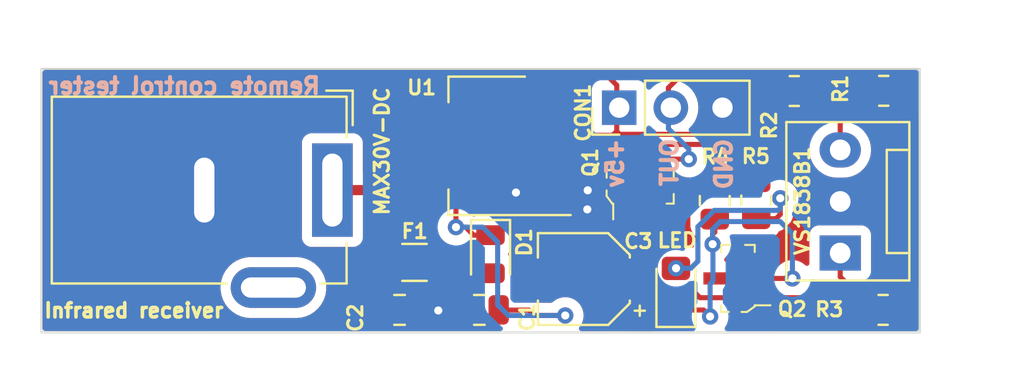
<source format=kicad_pcb>
(kicad_pcb (version 20221018) (generator pcbnew)
  (layers (0 "F.Cu" signal) (31 "B.Cu" signal) (34 "B.Paste" user) (35 "F.Paste" user) (36 "B.SilkS" user "B.Silkscreen") (37 "F.SilkS" user "F.Silkscreen") (38 "B.Mask" user) (39 "F.Mask" user) (44 "Edge.Cuts" user))
  (net 0 "")
  (net 1 "Net-(D1-K)")
  (net 2 "Earth")
  (net 3 "Net-(Q2-B)")
  (net 4 "Net-(Q1-B)")
  (net 5 "Net-(LED1-A)")
  (net 6 "Net-(D1-A)")
  (net 7 "Net-(LED1-K)")
  (net 8 "Net-(VS1838B1-Pin_3)")
  (net 9 "Net-(VS1838B1-Pin_1)")
  (net 10 "Net-(CON1-Pin_1)")
  (net 11 "Net-(CON1-Pin_2)")
  (net 12 "Net-(F1-Pad1)")
  (footprint "Connector_BarrelJack:BarrelJack_GCT_DCJ200-10-A_Horizontal" (layer "F.Cu") (at 144.17 79.8 -90)
    (fp_text reference "MAX30V-DC" (at -1.91 -2.44 90) (layer "F.SilkS") (effects (font (size 0.7 0.7))))
    (fp_text value "Barrel_Jack_MountingPin")
    (fp_line (start -4.9 -1) (end -4.9 0.3) (stroke (width 0.12)) (layer "F.SilkS"))
    (fp_line (start -4.6 -0.7) (end -2.6 -0.7) (stroke (width 0.12)) (layer "F.SilkS"))
    (fp_line (start -4.6 13.8) (end -4.6 -0.7) (stroke (width 0.12)) (layer "F.SilkS"))
    (fp_line (start -3.2 -1) (end -4.9 -1) (stroke (width 0.12)) (layer "F.SilkS"))
    (fp_line (start 2.6 -0.7) (end 4.6 -0.7) (stroke (width 0.12)) (layer "F.SilkS"))
    (fp_line (start 4.6 -0.7) (end 4.6 0.6) (stroke (width 0.12)) (layer "F.SilkS"))
    (fp_line (start 4.6 5.2) (end 4.6 13.8) (stroke (width 0.12)) (layer "F.SilkS"))
    (fp_line (start 4.6 13.8) (end -4.6 13.8) (stroke (width 0.12)) (layer "F.SilkS"))
    (pad "1" thru_hole rect (at 0 0 270) (size 4.6 2) (drill oval 3.6 1) (layers "*.Cu" "*.Mask") (net 12 "Net-(F1-Pad1)"))
    (pad "2" thru_hole oval (at 0 6.3 270) (size 4.2 2) (drill oval 3.2 1) (layers "*.Cu" "*.Mask") (net 2 "Earth"))
    (pad "3" thru_hole oval (at 4.8 2.9 270) (size 2 4.2) (drill oval 1 3.2) (layers "*.Cu" "*.Mask"))
  )
  (footprint "Resistor_SMD:R_0805_2012Metric" (layer "F.Cu") (at 171.26 85.7 180)
    (fp_text reference "R3" (at 2.65 0.02) (layer "F.SilkS") (effects (font (size 0.7 0.7))))
    (fp_text value "68R_0805_350mW")
    (fp_line (start -0.227064 -0.735) (end 0.227064 -0.735) (stroke (width 0.12)) (layer "F.SilkS"))
    (fp_line (start -0.227064 0.735) (end 0.227064 0.735) (stroke (width 0.12)) (layer "F.SilkS"))
    (pad "1" smd roundrect (at -0.9125 0 180) (size 1.025 1.4) (layers "F.Cu" "F.Paste" "F.Mask") (roundrect_rratio 0.243902) (net 9 "Net-(VS1838B1-Pin_1)"))
    (pad "2" smd roundrect (at 0.9125 0 180) (size 1.025 1.4) (layers "F.Cu" "F.Paste" "F.Mask") (roundrect_rratio 0.243902) (net 3 "Net-(Q2-B)"))
  )
  (footprint "Capacitor_SMD:C_0805_2012Metric" (layer "F.Cu") (at 151.4 85.7 180)
    (fp_text reference "C1" (at -2.36 -0.36 270) (layer "F.SilkS") (effects (font (size 0.7 0.7))))
    (fp_text value "100nF_0603_16V")
    (fp_line (start -0.261252 -0.735) (end 0.261252 -0.735) (stroke (width 0.12)) (layer "F.SilkS"))
    (fp_line (start -0.261252 0.735) (end 0.261252 0.735) (stroke (width 0.12)) (layer "F.SilkS"))
    (pad "1" smd roundrect (at -0.95 0 180) (size 1 1.45) (layers "F.Cu" "F.Paste" "F.Mask") (net 1 "Net-(D1-K)"))
    (pad "2" smd roundrect (at 0.95 0 180) (size 1 1.45) (layers "F.Cu" "F.Paste" "F.Mask") (net 2 "Earth"))
  )
  (footprint "Capacitor_SMD:CP_Elec_4x3" (layer "F.Cu") (at 156.54 84.18 180)
    (fp_text reference "C3" (at -2.68 1.86 180) (layer "F.SilkS") (effects (font (size 0.7 0.7))))
    (fp_text value "47uF_5x5.3_16V")
    (fp_line (start -3 -1.56) (end -2.5 -1.56) (stroke (width 0.12)) (layer "F.SilkS"))
    (fp_line (start -2.75 -1.81) (end -2.75 -1.31) (stroke (width 0.12)) (layer "F.SilkS"))
    (fp_line (start -2.26 -1.195563) (end -2.26 -1.06) (stroke (width 0.12)) (layer "F.SilkS"))
    (fp_line (start -2.26 -1.195563) (end -1.195563 -2.26) (stroke (width 0.12)) (layer "F.SilkS"))
    (fp_line (start -2.26 1.195563) (end -2.26 1.06) (stroke (width 0.12)) (layer "F.SilkS"))
    (fp_line (start -2.26 1.195563) (end -1.195563 2.26) (stroke (width 0.12)) (layer "F.SilkS"))
    (fp_line (start -1.195563 -2.26) (end 2.26 -2.26) (stroke (width 0.12)) (layer "F.SilkS"))
    (fp_line (start -1.195563 2.26) (end 2.26 2.26) (stroke (width 0.12)) (layer "F.SilkS"))
    (fp_line (start 2.26 -2.26) (end 2.26 -1.06) (stroke (width 0.12)) (layer "F.SilkS"))
    (fp_line (start 2.26 2.26) (end 2.26 1.06) (stroke (width 0.12)) (layer "F.SilkS"))
    (pad "1" smd roundrect (at -1.8 0 180) (size 2.6 1.6) (layers "F.Cu" "F.Paste" "F.Mask") (roundrect_rratio 0.15625) (net 3 "Net-(Q2-B)"))
    (pad "2" smd roundrect (at 1.8 0 180) (size 2.6 1.6) (layers "F.Cu" "F.Paste" "F.Mask") (roundrect_rratio 0.15625) (net 2 "Earth"))
  )
  (footprint "LED_SMD:LED_0805_2012Metric_Pad1.15x1.40mm_HandSolder" (layer "F.Cu") (at 161.07 84.68 90)
    (fp_text reference "LED" (at 2.4 0.06) (layer "F.SilkS") (effects (font (size 0.7 0.7))))
    (fp_text value "L")
    (fp_line (start -1.86 -0.96) (end -1.86 0.96) (stroke (width 0.12)) (layer "F.SilkS"))
    (fp_line (start -1.86 0.96) (end 1 0.96) (stroke (width 0.12)) (layer "F.SilkS"))
    (fp_line (start 1 -0.96) (end -1.86 -0.96) (stroke (width 0.12)) (layer "F.SilkS"))
    (pad "1" smd roundrect (at -1.025 0 90) (size 1.15 1.4) (layers "F.Cu" "F.Paste" "F.Mask") (roundrect_rratio 0.217391) (net 7 "Net-(LED1-K)"))
    (pad "2" smd roundrect (at 1.025 0 90) (size 1.15 1.4) (layers "F.Cu" "F.Paste" "F.Mask") (roundrect_rratio 0.217391) (net 5 "Net-(LED1-A)"))
  )
  (footprint "Resistor_SMD:R_0805_2012Metric" (layer "F.Cu") (at 165.02 80.2975 -90)
    (fp_text reference "R5" (at -2.16 0.02 -180) (layer "F.SilkS") (effects (font (size 0.7 0.7))))
    (fp_text value "68R_0805_350mW")
    (fp_line (start -0.227064 -0.735) (end 0.227064 -0.735) (stroke (width 0.12)) (layer "F.SilkS"))
    (fp_line (start -0.227064 0.735) (end 0.227064 0.735) (stroke (width 0.12)) (layer "F.SilkS"))
    (pad "1" smd roundrect (at -0.9125 0 270) (size 1.025 1.4) (layers "F.Cu" "F.Paste" "F.Mask") (roundrect_rratio 0.243902) (net 10 "Net-(CON1-Pin_1)"))
    (pad "2" smd roundrect (at 0.9125 0 270) (size 1.025 1.4) (layers "F.Cu" "F.Paste" "F.Mask") (roundrect_rratio 0.243902) (net 5 "Net-(LED1-A)"))
  )
  (footprint "Fuse:Fuse_1206_3216Metric" (layer "F.Cu") (at 148.21 83.36)
    (fp_text reference "F1" (at 0.01 -1.53 180) (layer "F.SilkS") (effects (font (size 0.7 0.7))))
    (fp_text value "Fuse")
    (fp_line (start -0.602064 -0.91) (end 0.602064 -0.91) (stroke (width 0.12)) (layer "F.SilkS"))
    (fp_line (start -0.602064 0.91) (end 0.602064 0.91) (stroke (width 0.12)) (layer "F.SilkS"))
    (pad "1" smd roundrect (at -1.4 0) (size 1.25 1.75) (layers "F.Cu" "F.Paste" "F.Mask") (roundrect_rratio 0.2) (net 12 "Net-(F1-Pad1)"))
    (pad "2" smd roundrect (at 1.4 0) (size 1.25 1.75) (layers "F.Cu" "F.Paste" "F.Mask") (roundrect_rratio 0.2) (net 6 "Net-(D1-A)"))
  )
  (footprint "Resistor_SMD:R_0805_2012Metric" (layer "F.Cu") (at 171.29 74.91 180)
    (fp_text reference "R1" (at 2.13 0.09 90) (layer "F.SilkS") (effects (font (size 0.7 0.7))))
    (fp_text value "68R_0805_350mW")
    (fp_line (start -0.227064 -0.735) (end 0.227064 -0.735) (stroke (width 0.12)) (layer "F.SilkS"))
    (fp_line (start -0.227064 0.735) (end 0.227064 0.735) (stroke (width 0.12)) (layer "F.SilkS"))
    (pad "1" smd roundrect (at -0.9125 0 180) (size 1.025 1.4) (layers "F.Cu" "F.Paste" "F.Mask") (roundrect_rratio 0.243902) (net 8 "Net-(VS1838B1-Pin_3)"))
    (pad "2" smd roundrect (at 0.9125 0 180) (size 1.025 1.4) (layers "F.Cu" "F.Paste" "F.Mask") (roundrect_rratio 0.243902) (net 10 "Net-(CON1-Pin_1)"))
  )
  (footprint "Resistor_SMD:R_0805_2012Metric" (layer "F.Cu") (at 162.98 80.3175 90)
    (fp_text reference "R4" (at 2.16 0.04 180) (layer "F.SilkS") (effects (font (size 0.7 0.7))))
    (fp_text value "68R_0805_350mW")
    (fp_line (start -0.227064 -0.735) (end 0.227064 -0.735) (stroke (width 0.12)) (layer "F.SilkS"))
    (fp_line (start -0.227064 0.735) (end 0.227064 0.735) (stroke (width 0.12)) (layer "F.SilkS"))
    (pad "1" smd roundrect (at -0.9125 0 90) (size 1.025 1.4) (layers "F.Cu" "F.Paste" "F.Mask") (roundrect_rratio 0.243902) (net 7 "Net-(LED1-K)"))
    (pad "2" smd roundrect (at 0.9125 0 90) (size 1.025 1.4) (layers "F.Cu" "F.Paste" "F.Mask") (roundrect_rratio 0.243902) (net 4 "Net-(Q1-B)"))
  )
  (footprint "Capacitor_SMD:C_0805_2012Metric" (layer "F.Cu") (at 147.475 85.7)
    (fp_text reference "C2" (at -2.17 0.39 90) (layer "F.SilkS") (effects (font (size 0.7 0.7))))
    (fp_text value "100nF_0603_16V")
    (fp_line (start -0.261252 -0.735) (end 0.261252 -0.735) (stroke (width 0.12)) (layer "F.SilkS"))
    (fp_line (start -0.261252 0.735) (end 0.261252 0.735) (stroke (width 0.12)) (layer "F.SilkS"))
    (pad "1" smd roundrect (at -0.95 0) (size 1 1.45) (layers "F.Cu" "F.Paste" "F.Mask") (net 10 "Net-(CON1-Pin_1)"))
    (pad "2" smd roundrect (at 0.95 0) (size 1 1.45) (layers "F.Cu" "F.Paste" "F.Mask") (net 2 "Earth"))
  )
  (footprint "digikey-footprints:SOT-23-3" (layer "F.Cu") (at 159.31 79.64 90)
    (fp_text reference "Q1" (at 1.2 -2.45 90) (layer "F.SilkS") (effects (font (size 0.7 0.7))))
    (fp_text value "BC817")
    (fp_line (start -0.825 -1.375) (end -0.825 -1.325) (stroke (width 0.1)) (layer "F.SilkS"))
    (fp_line (start -0.825 -1.325) (end -1.6 -1.325) (stroke (width 0.1)) (layer "F.SilkS"))
    (fp_line (start -0.825 1.65) (end -0.825 1.3) (stroke (width 0.1)) (layer "F.SilkS"))
    (fp_line (start -0.45 -1.65) (end -0.825 -1.375) (stroke (width 0.1)) (layer "F.SilkS"))
    (fp_line (start -0.35 1.65) (end -0.825 1.65) (stroke (width 0.1)) (layer "F.SilkS"))
    (fp_line (start -0.175 -1.65) (end -0.45 -1.65) (stroke (width 0.1)) (layer "F.SilkS"))
    (fp_line (start 0.45 -1.65) (end 0.825 -1.65) (stroke (width 0.1)) (layer "F.SilkS"))
    (fp_line (start 0.825 -1.65) (end 0.825 -1.35) (stroke (width 0.1)) (layer "F.SilkS"))
    (fp_line (start 0.825 1.35) (end 0.825 1.65) (stroke (width 0.1)) (layer "F.SilkS"))
    (fp_line (start 0.825 1.425) (end 0.825 1.3) (stroke (width 0.1)) (layer "F.SilkS"))
    (fp_line (start 0.825 1.65) (end 0.375 1.65) (stroke (width 0.1)) (layer "F.SilkS"))
    (pad "1" smd rect (at -1.05 -0.95 90) (size 1.3 0.6) (layers "F.Cu" "F.Paste" "F.Mask") (net 4 "Net-(Q1-B)"))
    (pad "2" smd rect (at -1.05 0.95 90) (size 1.3 0.6) (layers "F.Cu" "F.Paste" "F.Mask") (net 2 "Earth"))
    (pad "3" smd rect (at 1.05 0 90) (size 1.3 0.6) (layers "F.Cu" "F.Paste" "F.Mask") (net 11 "Net-(CON1-Pin_2)"))
  )
  (footprint "Connector:FanPinHeader_1x03_P2.54mm_Vertical" (layer "F.Cu") (at 169.15 82.9 90)
    (fp_text reference "VS1838B1" (at 2.57 -1.86 90) (layer "F.SilkS") (effects (font (size 0.7 0.7))))
    (fp_text value "Conn_01x03")
    (fp_line (start -1.35 -2.65) (end 6.45 -2.65) (stroke (width 0.12)) (layer "F.SilkS"))
    (fp_line (start -1.35 3.4) (end -1.35 -2.65) (stroke (width 0.12)) (layer "F.SilkS"))
    (fp_line (start 0 2.29) (end 5.08 2.29) (stroke (width 0.12)) (layer "F.SilkS"))
    (fp_line (start 0 3.3) (end 0 2.29) (stroke (width 0.12)) (layer "F.SilkS"))
    (fp_line (start 5.08 2.29) (end 5.08 3.3) (stroke (width 0.12)) (layer "F.SilkS"))
    (fp_line (start 6.45 -2.65) (end 6.45 3.4) (stroke (width 0.12)) (layer "F.SilkS"))
    (fp_line (start 6.45 3.4) (end -1.35 3.4) (stroke (width 0.12)) (layer "F.SilkS"))
    (pad "1" thru_hole rect (at 0 0 180) (size 2.03 1.73) (drill 1.02) (layers "*.Cu" "*.Mask") (net 9 "Net-(VS1838B1-Pin_1)"))
    (pad "2" thru_hole oval (at 2.54 0 180) (size 2.03 1.73) (drill 1.02) (layers "*.Cu" "*.Mask") (net 2 "Earth"))
    (pad "3" thru_hole oval (at 5.08 0 180) (size 2.03 1.73) (drill 1.02) (layers "*.Cu" "*.Mask") (net 8 "Net-(VS1838B1-Pin_3)"))
  )
  (footprint "Package_TO_SOT_SMD:SOT-223-3_TabPin2" (layer "F.Cu") (at 151.79 77.62 180)
    (fp_text reference "U1" (at 3.23 2.87 180) (layer "F.SilkS") (effects (font (size 0.7 0.7))))
    (fp_text value "AMS1117-5.0")
    (fp_line (start -4.1 -3.41) (end 1.91 -3.41) (stroke (width 0.12)) (layer "F.SilkS"))
    (fp_line (start -1.85 3.41) (end 1.91 3.41) (stroke (width 0.12)) (layer "F.SilkS"))
    (fp_line (start 1.91 -3.41) (end 1.91 -2.15) (stroke (width 0.12)) (layer "F.SilkS"))
    (fp_line (start 1.91 3.41) (end 1.91 2.15) (stroke (width 0.12)) (layer "F.SilkS"))
    (pad "1" smd rect (at -3.15 -2.3 180) (size 2 1.5) (layers "F.Cu" "F.Paste" "F.Mask") (net 2 "Earth"))
    (pad "2" smd rect (at -3.15 0 180) (size 2 1.5) (layers "F.Cu" "F.Paste" "F.Mask") (net 10 "Net-(CON1-Pin_1)"))
    (pad "2" smd rect (at 3.15 0 180) (size 2 3.8) (layers "F.Cu" "F.Paste" "F.Mask") (net 10 "Net-(CON1-Pin_1)"))
    (pad "3" smd rect (at -3.15 2.3 180) (size 2 1.5) (layers "F.Cu" "F.Paste" "F.Mask") (net 1 "Net-(D1-K)"))
  )
  (footprint "Connector_PinHeader_2.54mm:PinHeader_1x03_P2.54mm_Vertical" (layer "F.Cu") (at 158.28 75.74 90)
    (fp_text reference "CON1" (at -0.25 -1.78 270) (layer "F.SilkS") (effects (font (size 0.7 0.7))))
    (fp_text value "Conn_01x03")
    (fp_line (start -1.33 -1.33) (end 0 -1.33) (stroke (width 0.12)) (layer "F.SilkS"))
    (fp_line (start -1.33 0) (end -1.33 -1.33) (stroke (width 0.12)) (layer "F.SilkS"))
    (fp_line (start -1.33 1.27) (end -1.33 6.41) (stroke (width 0.12)) (layer "F.SilkS"))
    (fp_line (start -1.33 1.27) (end 1.33 1.27) (stroke (width 0.12)) (layer "F.SilkS"))
    (fp_line (start -1.33 6.41) (end 1.33 6.41) (stroke (width 0.12)) (layer "F.SilkS"))
    (fp_line (start 1.33 1.27) (end 1.33 6.41) (stroke (width 0.12)) (layer "F.SilkS"))
    (pad "1" thru_hole rect (at 0 0 90) (size 1.7 1.7) (drill 1) (layers "*.Cu" "*.Mask") (net 10 "Net-(CON1-Pin_1)"))
    (pad "2" thru_hole oval (at 0 2.54 90) (size 1.7 1.7) (drill 1) (layers "*.Cu" "*.Mask") (net 11 "Net-(CON1-Pin_2)"))
    (pad "3" thru_hole oval (at 0 5.08 90) (size 1.7 1.7) (drill 1) (layers "*.Cu" "*.Mask") (net 2 "Earth"))
  )
  (footprint "digikey-footprints:SOT-23-3" (layer "F.Cu") (at 164.12 84.15 180)
    (fp_text reference "Q2" (at -2.67 -1.51) (layer "F.SilkS") (effects (font (size 0.7 0.7))))
    (fp_text value "BC817")
    (fp_line (start -0.825 -1.375) (end -0.825 -1.325) (stroke (width 0.1)) (layer "F.SilkS"))
    (fp_line (start -0.825 -1.325) (end -1.6 -1.325) (stroke (width 0.1)) (layer "F.SilkS"))
    (fp_line (start -0.825 1.65) (end -0.825 1.3) (stroke (width 0.1)) (layer "F.SilkS"))
    (fp_line (start -0.45 -1.65) (end -0.825 -1.375) (stroke (width 0.1)) (layer "F.SilkS"))
    (fp_line (start -0.35 1.65) (end -0.825 1.65) (stroke (width 0.1)) (layer "F.SilkS"))
    (fp_line (start -0.175 -1.65) (end -0.45 -1.65) (stroke (width 0.1)) (layer "F.SilkS"))
    (fp_line (start 0.45 -1.65) (end 0.825 -1.65) (stroke (width 0.1)) (layer "F.SilkS"))
    (fp_line (start 0.825 -1.65) (end 0.825 -1.35) (stroke (width 0.1)) (layer "F.SilkS"))
    (fp_line (start 0.825 1.35) (end 0.825 1.65) (stroke (width 0.1)) (layer "F.SilkS"))
    (fp_line (start 0.825 1.425) (end 0.825 1.3) (stroke (width 0.1)) (layer "F.SilkS"))
    (fp_line (start 0.825 1.65) (end 0.375 1.65) (stroke (width 0.1)) (layer "F.SilkS"))
    (pad "1" smd rect (at -1.05 -0.95 180) (size 1.3 0.6) (layers "F.Cu" "F.Paste" "F.Mask") (net 3 "Net-(Q2-B)"))
    (pad "2" smd rect (at -1.05 0.95 180) (size 1.3 0.6) (layers "F.Cu" "F.Paste" "F.Mask") (net 2 "Earth"))
    (pad "3" smd rect (at 1.05 0 180) (size 1.3 0.6) (layers "F.Cu" "F.Paste" "F.Mask") (net 7 "Net-(LED1-K)"))
  )
  (footprint "Resistor_SMD:R_0805_2012Metric" (layer "F.Cu") (at 166.89 74.92)
    (fp_text reference "R2" (at -1.23 1.69 90) (layer "F.SilkS") (effects (font (size 0.7 0.7))))
    (fp_text value "68R_0805_350mW")
    (fp_line (start -0.227064 -0.735) (end 0.227064 -0.735) (stroke (width 0.12)) (layer "F.SilkS"))
    (fp_line (start -0.227064 0.735) (end 0.227064 0.735) (stroke (width 0.12)) (layer "F.SilkS"))
    (pad "1" smd roundrect (at -0.9125 0) (size 1.025 1.4) (layers "F.Cu" "F.Paste" "F.Mask") (roundrect_rratio 0.243902) (net 11 "Net-(CON1-Pin_2)"))
    (pad "2" smd roundrect (at 0.9125 0) (size 1.025 1.4) (layers "F.Cu" "F.Paste" "F.Mask") (roundrect_rratio 0.243902) (net 10 "Net-(CON1-Pin_1)"))
  )
  (footprint "Diode_SMD:D_0805_2012Metric" (layer "F.Cu") (at 151.95 82.9575 -90)
    (fp_text reference "D1" (at -0.5875 -1.66 90) (layer "F.SilkS") (effects (font (size 0.7 0.7))))
    (fp_text value "M7")
    (fp_line (start -1.685 -0.96) (end -1.685 0.96) (stroke (width 0.12)) (layer "F.SilkS"))
    (fp_line (start -1.685 0.96) (end 1 0.96) (stroke (width 0.12)) (layer "F.SilkS"))
    (fp_line (start 1 -0.96) (end -1.685 -0.96) (stroke (width 0.12)) (layer "F.SilkS"))
    (pad "1" smd roundrect (at -0.9375 0 270) (size 0.975 1.4) (layers "F.Cu" "F.Paste" "F.Mask") (net 1 "Net-(D1-K)"))
    (pad "2" smd roundrect (at 0.9375 0 270) (size 0.975 1.4) (layers "F.Cu" "F.Paste" "F.Mask") (net 6 "Net-(D1-A)"))
  )
  (gr_rect (start 129.86 73.83) (end 173.06 86.81) (stroke (width 0.1)) (fill none) (layer "Edge.Cuts"))
  (gr_text "Remote control tester" (at 143.67 75.14) (layer "B.SilkS") (effects (font (size 0.8 0.8) (thickness 0.2) bold) (justify left bottom mirror)))
  (gr_text "GND" (at 163.89 77.17 90) (layer "B.SilkS") (effects (font (size 0.8 0.8) (thickness 0.2) bold) (justify left bottom mirror)))
  (gr_text "OUT" (at 161.22 77.16 90) (layer "B.SilkS") (effects (font (size 0.8 0.8) (thickness 0.2) bold) (justify left bottom mirror)))
  (gr_text "+5v" (at 158.54 77.17 90) (layer "B.SilkS") (effects (font (size 0.8 0.8) (thickness 0.2) bold) (justify left bottom mirror)))
  (gr_text "Infrared receiver " (at 129.91 86.14) (layer "F.SilkS") (effects (font (size 0.7 0.7) (thickness 0.175) bold) (justify left bottom)))
  (segment (start 150.69 75.32) (end 154.94 75.32) (width 0.25) (layer "F.Cu") (net 1))
  (segment (start 152.17 85.71) (end 153.835 85.71) (width 0.25) (layer "F.Cu") (net 1))
  (segment (start 150.25 81.625) (end 150.25 75.76) (width 0.25) (layer "F.Cu") (net 1))
  (segment (start 150.25 81.625) (end 150.725 81.625) (width 0.25) (layer "F.Cu") (net 1))
  (segment (start 150.25 75.76) (end 150.69 75.32) (width 0.25) (layer "F.Cu") (net 1))
  (segment (start 150.725 81.625) (end 151.12 82.02) (width 0.25) (layer "F.Cu") (net 1))
  (segment (start 151.12 82.02) (end 151.95 82.02) (width 0.25) (layer "F.Cu") (net 1))
  (segment (start 153.835 85.71) (end 154.1 85.975) (width 0.25) (layer "F.Cu") (net 1))
  (segment (start 154.1 85.975) (end 155.625 85.975) (width 0.25) (layer "F.Cu") (net 1))
  (via (at 155.625 85.975) (size 0.8) (drill 0.4) (layers "F.Cu" "B.Cu") (net 1))
  (via (at 150.25 81.625) (size 0.8) (drill 0.4) (layers "F.Cu" "B.Cu") (net 1))
  (segment (start 155.625 85.975) (end 152.825 85.975) (width 0.25) (layer "B.Cu") (net 1))
  (segment (start 152.3 82.36) (end 151.565 81.625) (width 0.25) (layer "B.Cu") (net 1))
  (segment (start 151.565 81.625) (end 150.25 81.625) (width 0.25) (layer "B.Cu") (net 1))
  (segment (start 152.3 85.45) (end 152.3 82.36) (width 0.25) (layer "B.Cu") (net 1))
  (segment (start 152.825 85.975) (end 152.3 85.45) (width 0.25) (layer "B.Cu") (net 1))
  (segment (start 149.38 85.728698) (end 150.421302 85.728698) (width 0.25) (layer "F.Cu") (net 2))
  (segment (start 154.74 84.18) (end 154.74 83.47) (width 0.25) (layer "F.Cu") (net 2))
  (segment (start 148.453698 85.728698) (end 148.425 85.7) (width 0.25) (layer "F.Cu") (net 2))
  (segment (start 149.38 85.728698) (end 148.453698 85.728698) (width 0.25) (layer "F.Cu") (net 2))
  (segment (start 150.421302 85.728698) (end 150.45 85.7) (width 0.25) (layer "F.Cu") (net 2))
  (via (at 153.2 79.92) (size 0.8) (drill 0.4) (layers "F.Cu" "B.Cu") (net 2))
  (via (at 156.73 79.81) (size 0.8) (drill 0.4) (layers "F.Cu" "B.Cu") (net 2))
  (via (at 149.38 85.728698) (size 0.8) (drill 0.4) (layers "F.Cu" "B.Cu") (net 2))
  (via (at 156.71 80.75) (size 0.8) (drill 0.4) (layers "F.Cu" "B.Cu") (net 2))
  (segment (start 168.6 85.1) (end 169.2 85.7) (width 0.25) (layer "F.Cu") (net 3))
  (segment (start 165.17 85.1) (end 162.25 85.1) (width 0.25) (layer "F.Cu") (net 3))
  (segment (start 165.17 85.1) (end 168.6 85.1) (width 0.25) (layer "F.Cu") (net 3))
  (segment (start 161.825 84.675) (end 160.3 84.675) (width 0.25) (layer "F.Cu") (net 3))
  (segment (start 160.3 84.675) (end 159.805 84.18) (width 0.25) (layer "F.Cu") (net 3))
  (segment (start 162.25 85.1) (end 161.825 84.675) (width 0.25) (layer "F.Cu") (net 3))
  (segment (start 169.2 85.7) (end 170.3475 85.7) (width 0.25) (layer "F.Cu") (net 3))
  (segment (start 159.805 84.18) (end 158.34 84.18) (width 0.25) (layer "F.Cu") (net 3))
  (segment (start 162.5 77.55) (end 162.98 78.03) (width 0.25) (layer "F.Cu") (net 4))
  (segment (start 158.36 77.94) (end 158.75 77.55) (width 0.25) (layer "F.Cu") (net 4))
  (segment (start 158.75 77.55) (end 162.5 77.55) (width 0.25) (layer "F.Cu") (net 4))
  (segment (start 162.98 78.03) (end 162.98 79.405) (width 0.25) (layer "F.Cu") (net 4))
  (segment (start 158.36 80.69) (end 158.36 77.94) (width 0.25) (layer "F.Cu") (net 4))
  (segment (start 166.2 80.2) (end 166.2 81) (width 0.25) (layer "F.Cu") (net 5))
  (segment (start 165.99 81.21) (end 165.02 81.21) (width 0.25) (layer "F.Cu") (net 5))
  (segment (start 166.2 81) (end 165.99 81.21) (width 0.25) (layer "F.Cu") (net 5))
  (via (at 161.075 83.65) (size 0.8) (drill 0.4) (layers "F.Cu" "B.Cu") (net 5))
  (via (at 166.2 80.2) (size 0.8) (drill 0.4) (layers "F.Cu" "B.Cu") (net 5))
  (segment (start 162.15 81.6) (end 162.15 83.3) (width 0.25) (layer "B.Cu") (net 5))
  (segment (start 161.8 83.65) (end 161.075 83.65) (width 0.25) (layer "B.Cu") (net 5))
  (segment (start 162.15 83.3) (end 161.8 83.65) (width 0.25) (layer "B.Cu") (net 5))
  (segment (start 166.1 80.8) (end 162.95 80.8) (width 0.25) (layer "B.Cu") (net 5))
  (segment (start 166.2 80.2) (end 166.2 80.7) (width 0.25) (layer "B.Cu") (net 5))
  (segment (start 162.95 80.8) (end 162.15 81.6) (width 0.25) (layer "B.Cu") (net 5))
  (segment (start 166.2 80.7) (end 166.1 80.8) (width 0.25) (layer "B.Cu") (net 5))
  (segment (start 149.61 83.36) (end 150.46 83.36) (width 0.25) (layer "F.Cu") (net 6))
  (segment (start 150.995 83.895) (end 151.95 83.895) (width 0.25) (layer "F.Cu") (net 6))
  (segment (start 150.46 83.36) (end 150.995 83.895) (width 0.25) (layer "F.Cu") (net 6))
  (segment (start 161.07 85.705) (end 162.43 85.705) (width 0.25) (layer "F.Cu") (net 7))
  (segment (start 162.8745 82.462701) (end 162.8745 81.9755) (width 0.25) (layer "F.Cu") (net 7))
  (segment (start 162.98 81.87) (end 162.98 81.23) (width 0.25) (layer "F.Cu") (net 7))
  (segment (start 163.07 84.15) (end 166.8 84.15) (width 0.25) (layer "F.Cu") (net 7))
  (segment (start 162.43 85.705) (end 162.75 86.025) (width 0.25) (layer "F.Cu") (net 7))
  (segment (start 162.8745 81.9755) (end 162.98 81.87) (width 0.25) (layer "F.Cu") (net 7))
  (via (at 162.8745 82.462701) (size 0.8) (drill 0.4) (layers "F.Cu" "B.Cu") (net 7))
  (via (at 162.75 86.025) (size 0.8) (drill 0.4) (layers "F.Cu" "B.Cu") (net 7))
  (via (at 166.8 84.15) (size 0.8) (drill 0.4) (layers "F.Cu" "B.Cu") (net 7))
  (segment (start 162.75 84.42) (end 162.89 84.28) (width 0.25) (layer "B.Cu") (net 7))
  (segment (start 163.25 81.35) (end 166.2 81.35) (width 0.25) (layer "B.Cu") (net 7))
  (segment (start 166.2 81.35) (end 166.8 81.95) (width 0.25) (layer "B.Cu") (net 7))
  (segment (start 162.89 82.478201) (end 162.8745 82.462701) (width 0.25) (layer "B.Cu") (net 7))
  (segment (start 162.8745 82.462701) (end 162.8745 81.7255) (width 0.25) (layer "B.Cu") (net 7))
  (segment (start 166.8 81.95) (end 166.8 84.15) (width 0.25) (layer "B.Cu") (net 7))
  (segment (start 162.8745 81.7255) (end 163.25 81.35) (width 0.25) (layer "B.Cu") (net 7))
  (segment (start 162.75 86.025) (end 162.75 84.42) (width 0.25) (layer "B.Cu") (net 7))
  (segment (start 162.89 84.28) (end 162.89 82.478201) (width 0.25) (layer "B.Cu") (net 7))
  (segment (start 172.2025 75.7575) (end 171.83 76.13) (width 0.25) (layer "F.Cu") (net 8))
  (segment (start 169.5 76.13) (end 169.15 76.48) (width 0.25) (layer "F.Cu") (net 8))
  (segment (start 172.2025 74.91) (end 172.2025 75.7575) (width 0.25) (layer "F.Cu") (net 8))
  (segment (start 169.15 76.48) (end 169.15 77.82) (width 0.25) (layer "F.Cu") (net 8))
  (segment (start 171.83 76.13) (end 169.5 76.13) (width 0.25) (layer "F.Cu") (net 8))
  (segment (start 169.49 84.41) (end 171.75 84.41) (width 0.25) (layer "F.Cu") (net 9))
  (segment (start 172.1725 84.8325) (end 172.1725 85.7) (width 0.25) (layer "F.Cu") (net 9))
  (segment (start 169.15 84.07) (end 169.49 84.41) (width 0.25) (layer "F.Cu") (net 9))
  (segment (start 169.15 82.9) (end 169.15 84.07) (width 0.25) (layer "F.Cu") (net 9))
  (segment (start 171.75 84.41) (end 172.1725 84.8325) (width 0.25) (layer "F.Cu") (net 9))
  (segment (start 149.1 74.05) (end 157.575 74.05) (width 0.25) (layer "F.Cu") (net 10))
  (segment (start 158.16 76.91) (end 158.15 76.91) (width 0.25) (layer "F.Cu") (net 10))
  (segment (start 156.46 77.62) (end 154.94 77.62) (width 0.25) (layer "F.Cu") (net 10))
  (segment (start 170.3675 74.92) (end 170.3775 74.91) (width 0.25) (layer "F.Cu") (net 10))
  (segment (start 158.16 75.76) (end 158.16 76.91) (width 0.25) (layer "F.Cu") (net 10))
  (segment (start 157.96 77.1) (end 156.98 77.1) (width 0.25) (layer "F.Cu") (net 10))
  (segment (start 164.785 77.37) (end 165.02 77.605) (width 0.25) (layer "F.Cu") (net 10))
  (segment (start 148.64 77.62) (end 148.64 80.985) (width 0.25) (layer "F.Cu") (net 10))
  (segment (start 167.8025 76.6025) (end 167.055 77.35) (width 0.25) (layer "F.Cu") (net 10))
  (segment (start 148.64 74.51) (end 149.1 74.05) (width 0.25) (layer "F.Cu") (net 10))
  (segment (start 165.275 77.35) (end 165.02 77.605) (width 0.25) (layer "F.Cu") (net 10))
  (segment (start 158.15 76.91) (end 157.96 77.1) (width 0.25) (layer "F.Cu") (net 10))
  (segment (start 156.98 77.1) (end 156.46 77.62) (width 0.25) (layer "F.Cu") (net 10))
  (segment (start 158.3 77.05) (end 162.685 77.05) (width 0.25) (layer "F.Cu") (net 10))
  (segment (start 163.005 77.37) (end 164.785 77.37) (width 0.25) (layer "F.Cu") (net 10))
  (segment (start 167.8025 74.92) (end 170.3675 74.92) (width 0.25) (layer "F.Cu") (net 10))
  (segment (start 148.64 77.62) (end 148.64 74.51) (width 0.25) (layer "F.Cu") (net 10))
  (segment (start 148.64 80.985) (end 148.225 81.4) (width 0.25) (layer "F.Cu") (net 10))
  (segment (start 158.16 74.635) (end 158.16 75.76) (width 0.25) (layer "F.Cu") (net 10))
  (segment (start 148.225 81.4) (end 148.225 84.175) (width 0.25) (layer "F.Cu") (net 10))
  (segment (start 148.225 84.175) (end 146.7 85.7) (width 0.25) (layer "F.Cu") (net 10))
  (segment (start 162.685 77.05) (end 163.005 77.37) (width 0.25) (layer "F.Cu") (net 10))
  (segment (start 167.8025 74.92) (end 167.8025 76.6025) (width 0.25) (layer "F.Cu") (net 10))
  (segment (start 167.055 77.35) (end 165.275 77.35) (width 0.25) (layer "F.Cu") (net 10))
  (segment (start 158.16 76.91) (end 158.3 77.05) (width 0.25) (layer "F.Cu") (net 10))
  (segment (start 157.575 74.05) (end 158.16 74.635) (width 0.25) (layer "F.Cu") (net 10))
  (segment (start 165.02 77.605) (end 165.02 79.385) (width 0.25) (layer "F.Cu") (net 10))
  (segment (start 160.285 78.59) (end 159.31 78.59) (width 0.25) (layer "F.Cu") (net 11))
  (segment (start 164.945 74.92) (end 164.145 74.12) (width 0.25) (layer "F.Cu") (net 11))
  (segment (start 161.34 74.12) (end 160.7 74.76) (width 0.25) (layer "F.Cu") (net 11))
  (segment (start 160.6005 78.2745) (end 160.285 78.59) (width 0.25) (layer "F.Cu") (net 11))
  (segment (start 160.7 74.76) (end 160.7 75.76) (width 0.25) (layer "F.Cu") (net 11))
  (segment (start 164.145 74.12) (end 161.34 74.12) (width 0.25) (layer "F.Cu") (net 11))
  (segment (start 165.9775 74.92) (end 164.945 74.92) (width 0.25) (layer "F.Cu") (net 11))
  (segment (start 161.7 78.2745) (end 160.6005 78.2745) (width 0.25) (layer "F.Cu") (net 11))
  (via (at 161.7 78.2745) (size 0.8) (drill 0.4) (layers "F.Cu" "B.Cu") (net 11))
  (segment (start 161.7 77.775) (end 160.7 76.775) (width 0.25) (layer "B.Cu") (net 11))
  (segment (start 161.7 78.2745) (end 161.7 77.775) (width 0.25) (layer "B.Cu") (net 11))
  (segment (start 160.7 76.775) (end 160.7 75.76) (width 0.25) (layer "B.Cu") (net 11))
  (segment (start 146.275 79.8) (end 146.825 80.35) (width 0.5) (layer "F.Cu") (net 12))
  (segment (start 146.825 80.35) (end 146.825 83.345) (width 0.5) (layer "F.Cu") (net 12))
  (segment (start 146.825 83.345) (end 146.81 83.36) (width 0.5) (layer "F.Cu") (net 12))
  (segment (start 144.17 79.8) (end 146.275 79.8) (width 0.5) (layer "F.Cu") (net 12))
  (zone (net 2) (net_name "Earth") (layer "F.Cu") (connect_pads yes (clearance 0.5)) (min_thickness 0.25) (fill yes (thermal_gap 0.5) (thermal_bridge_width 0.5))
    (polygon (pts (xy 173.01 73.88) (xy 129.92 73.88) (xy 129.92 86.74) (xy 173.02 86.75) (xy 173.01 86.65)))
  )
  (zone (net 2) (net_name "Earth") (layer "B.Cu") (connect_pads yes (clearance 0.5)) (min_thickness 0.25) (fill yes (thermal_gap 0.5) (thermal_bridge_width 0.5))
    (polygon (pts (xy 173.01 73.88) (xy 129.92 73.88) (xy 129.92 86.74) (xy 173.02 86.75) (xy 173.01 86.65)))
  )
)
</source>
